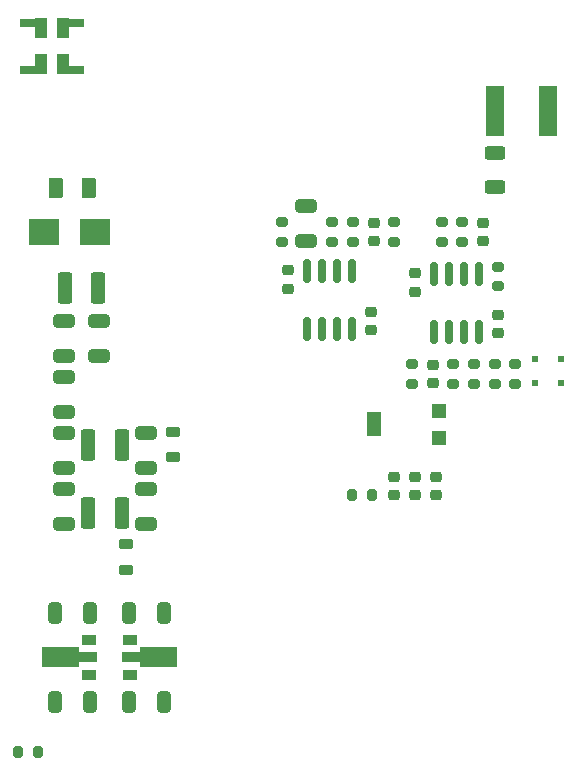
<source format=gbr>
%TF.GenerationSoftware,KiCad,Pcbnew,6.0.8-f2edbf62ab~116~ubuntu20.04.1*%
%TF.CreationDate,2022-11-13T19:06:06-08:00*%
%TF.ProjectId,packaged-amp,7061636b-6167-4656-942d-616d702e6b69,rev?*%
%TF.SameCoordinates,Original*%
%TF.FileFunction,Paste,Top*%
%TF.FilePolarity,Positive*%
%FSLAX46Y46*%
G04 Gerber Fmt 4.6, Leading zero omitted, Abs format (unit mm)*
G04 Created by KiCad (PCBNEW 6.0.8-f2edbf62ab~116~ubuntu20.04.1) date 2022-11-13 19:06:06*
%MOMM*%
%LPD*%
G01*
G04 APERTURE LIST*
G04 Aperture macros list*
%AMRoundRect*
0 Rectangle with rounded corners*
0 $1 Rounding radius*
0 $2 $3 $4 $5 $6 $7 $8 $9 X,Y pos of 4 corners*
0 Add a 4 corners polygon primitive as box body*
4,1,4,$2,$3,$4,$5,$6,$7,$8,$9,$2,$3,0*
0 Add four circle primitives for the rounded corners*
1,1,$1+$1,$2,$3*
1,1,$1+$1,$4,$5*
1,1,$1+$1,$6,$7*
1,1,$1+$1,$8,$9*
0 Add four rect primitives between the rounded corners*
20,1,$1+$1,$2,$3,$4,$5,0*
20,1,$1+$1,$4,$5,$6,$7,0*
20,1,$1+$1,$6,$7,$8,$9,0*
20,1,$1+$1,$8,$9,$2,$3,0*%
%AMFreePoly0*
4,1,9,3.862500,-0.866500,0.737500,-0.866500,0.737500,-0.450000,-0.737500,-0.450000,-0.737500,0.450000,0.737500,0.450000,0.737500,0.866500,3.862500,0.866500,3.862500,-0.866500,3.862500,-0.866500,$1*%
G04 Aperture macros list end*
%ADD10RoundRect,0.200000X0.275000X-0.200000X0.275000X0.200000X-0.275000X0.200000X-0.275000X-0.200000X0*%
%ADD11RoundRect,0.250000X-0.650000X0.325000X-0.650000X-0.325000X0.650000X-0.325000X0.650000X0.325000X0*%
%ADD12RoundRect,0.225000X-0.250000X0.225000X-0.250000X-0.225000X0.250000X-0.225000X0.250000X0.225000X0*%
%ADD13RoundRect,0.218750X-0.381250X0.218750X-0.381250X-0.218750X0.381250X-0.218750X0.381250X0.218750X0*%
%ADD14RoundRect,0.150000X0.150000X-0.825000X0.150000X0.825000X-0.150000X0.825000X-0.150000X-0.825000X0*%
%ADD15RoundRect,0.225000X0.250000X-0.225000X0.250000X0.225000X-0.250000X0.225000X-0.250000X-0.225000X0*%
%ADD16RoundRect,0.200000X-0.200000X-0.275000X0.200000X-0.275000X0.200000X0.275000X-0.200000X0.275000X0*%
%ADD17RoundRect,0.200000X-0.275000X0.200000X-0.275000X-0.200000X0.275000X-0.200000X0.275000X0.200000X0*%
%ADD18R,0.500000X0.500000*%
%ADD19RoundRect,0.250000X0.375000X1.075000X-0.375000X1.075000X-0.375000X-1.075000X0.375000X-1.075000X0*%
%ADD20RoundRect,0.250000X0.650000X-0.325000X0.650000X0.325000X-0.650000X0.325000X-0.650000X-0.325000X0*%
%ADD21RoundRect,0.250000X0.325000X0.650000X-0.325000X0.650000X-0.325000X-0.650000X0.325000X-0.650000X0*%
%ADD22RoundRect,0.250000X-0.375000X-1.075000X0.375000X-1.075000X0.375000X1.075000X-0.375000X1.075000X0*%
%ADD23R,1.300000X1.300000*%
%ADD24R,1.300000X2.000000*%
%ADD25RoundRect,0.250000X-0.625000X0.312500X-0.625000X-0.312500X0.625000X-0.312500X0.625000X0.312500X0*%
%ADD26R,1.000000X1.700000*%
%ADD27R,1.400000X0.700000*%
%ADD28R,1.500000X4.200000*%
%ADD29R,1.300000X0.900000*%
%ADD30FreePoly0,0.000000*%
%ADD31RoundRect,0.250000X-0.325000X-0.650000X0.325000X-0.650000X0.325000X0.650000X-0.325000X0.650000X0*%
%ADD32FreePoly0,180.000000*%
%ADD33RoundRect,0.250000X-0.375000X-0.625000X0.375000X-0.625000X0.375000X0.625000X-0.375000X0.625000X0*%
%ADD34R,2.500000X2.300000*%
G04 APERTURE END LIST*
D10*
%TO.C,R6*%
X125250000Y-99575000D03*
X125250000Y-97925000D03*
%TD*%
D11*
%TO.C,C2*%
X87000000Y-94275000D03*
X87000000Y-97225000D03*
%TD*%
D12*
%TO.C,C5*%
X106000000Y-89975000D03*
X106000000Y-91525000D03*
%TD*%
D13*
%TO.C,FB1*%
X92250000Y-113187500D03*
X92250000Y-115312500D03*
%TD*%
D14*
%TO.C,U1*%
X107595000Y-94975000D03*
X108865000Y-94975000D03*
X110135000Y-94975000D03*
X111405000Y-94975000D03*
X111405000Y-90025000D03*
X110135000Y-90025000D03*
X108865000Y-90025000D03*
X107595000Y-90025000D03*
%TD*%
D15*
%TO.C,C9*%
X118500000Y-109025000D03*
X118500000Y-107475000D03*
%TD*%
D16*
%TO.C,R1*%
X111425000Y-109000000D03*
X113075000Y-109000000D03*
%TD*%
D17*
%TO.C,R9*%
X111500000Y-85925000D03*
X111500000Y-87575000D03*
%TD*%
D18*
%TO.C,D1*%
X129100000Y-97500000D03*
X126900000Y-97500000D03*
%TD*%
D19*
%TO.C,L2*%
X89900000Y-91500000D03*
X87100000Y-91500000D03*
%TD*%
D11*
%TO.C,C4*%
X90000000Y-94275000D03*
X90000000Y-97225000D03*
%TD*%
D20*
%TO.C,C15*%
X107500000Y-87475000D03*
X107500000Y-84525000D03*
%TD*%
D21*
%TO.C,C31*%
X95475000Y-126500000D03*
X92525000Y-126500000D03*
%TD*%
D17*
%TO.C,R10*%
X123750000Y-89675000D03*
X123750000Y-91325000D03*
%TD*%
D12*
%TO.C,C14*%
X118250000Y-97975000D03*
X118250000Y-99525000D03*
%TD*%
D20*
%TO.C,C3*%
X87000000Y-111475000D03*
X87000000Y-108525000D03*
%TD*%
D21*
%TO.C,C30*%
X89225000Y-126500000D03*
X86275000Y-126500000D03*
%TD*%
D10*
%TO.C,R7*%
X109750000Y-87575000D03*
X109750000Y-85925000D03*
%TD*%
D21*
%TO.C,C28*%
X89225000Y-119000000D03*
X86275000Y-119000000D03*
%TD*%
D22*
%TO.C,L3*%
X89100000Y-110500000D03*
X91900000Y-110500000D03*
%TD*%
D16*
%TO.C,R25*%
X83175000Y-130750000D03*
X84825000Y-130750000D03*
%TD*%
D12*
%TO.C,C12*%
X116750000Y-90225000D03*
X116750000Y-91775000D03*
%TD*%
D23*
%TO.C,RV1*%
X118750000Y-104150000D03*
D24*
X113250000Y-103000000D03*
D23*
X118750000Y-101850000D03*
%TD*%
D17*
%TO.C,R12*%
X119000000Y-85925000D03*
X119000000Y-87575000D03*
%TD*%
D10*
%TO.C,R5*%
X120000000Y-99575000D03*
X120000000Y-97925000D03*
%TD*%
D12*
%TO.C,C16*%
X113250000Y-85975000D03*
X113250000Y-87525000D03*
%TD*%
D25*
%TO.C,R13*%
X123500000Y-80037500D03*
X123500000Y-82962500D03*
%TD*%
D11*
%TO.C,C17*%
X87000000Y-99025000D03*
X87000000Y-101975000D03*
%TD*%
D20*
%TO.C,C18*%
X94000000Y-106725000D03*
X94000000Y-103775000D03*
%TD*%
D15*
%TO.C,C10*%
X116750000Y-109025000D03*
X116750000Y-107475000D03*
%TD*%
D10*
%TO.C,R11*%
X120750000Y-87575000D03*
X120750000Y-85925000D03*
%TD*%
%TO.C,R2*%
X121750000Y-99575000D03*
X121750000Y-97925000D03*
%TD*%
%TO.C,R8*%
X115000000Y-87575000D03*
X115000000Y-85925000D03*
%TD*%
D26*
%TO.C,L1*%
X86950000Y-72500000D03*
D27*
X88050000Y-73000000D03*
D26*
X85050000Y-72500000D03*
D27*
X83950000Y-73000000D03*
D26*
X86950000Y-69500000D03*
D27*
X88050000Y-69000000D03*
D26*
X85050000Y-69500000D03*
D27*
X83950000Y-69000000D03*
%TD*%
D28*
%TO.C,GD1*%
X123500000Y-76500000D03*
X128000000Y-76500000D03*
%TD*%
D29*
%TO.C,U5*%
X92600000Y-121250000D03*
D30*
X92687500Y-122750000D03*
D29*
X92600000Y-124250000D03*
%TD*%
D12*
%TO.C,C6*%
X113000000Y-93475000D03*
X113000000Y-95025000D03*
%TD*%
D20*
%TO.C,C7*%
X87000000Y-106725000D03*
X87000000Y-103775000D03*
%TD*%
D10*
%TO.C,R3*%
X123500000Y-99575000D03*
X123500000Y-97925000D03*
%TD*%
D22*
%TO.C,L4*%
X89100000Y-104750000D03*
X91900000Y-104750000D03*
%TD*%
D31*
%TO.C,C29*%
X92525000Y-119000000D03*
X95475000Y-119000000D03*
%TD*%
D14*
%TO.C,U2*%
X118345000Y-95225000D03*
X119615000Y-95225000D03*
X120885000Y-95225000D03*
X122155000Y-95225000D03*
X122155000Y-90275000D03*
X120885000Y-90275000D03*
X119615000Y-90275000D03*
X118345000Y-90275000D03*
%TD*%
D13*
%TO.C,FB2*%
X96250000Y-103687500D03*
X96250000Y-105812500D03*
%TD*%
D29*
%TO.C,U4*%
X89150000Y-124250000D03*
D32*
X89062500Y-122750000D03*
D29*
X89150000Y-121250000D03*
%TD*%
D17*
%TO.C,R4*%
X105500000Y-85925000D03*
X105500000Y-87575000D03*
%TD*%
D15*
%TO.C,C19*%
X122500000Y-87525000D03*
X122500000Y-85975000D03*
%TD*%
D17*
%TO.C,R14*%
X116500000Y-97925000D03*
X116500000Y-99575000D03*
%TD*%
D18*
%TO.C,D2*%
X126900000Y-99500000D03*
X129100000Y-99500000D03*
%TD*%
D15*
%TO.C,C1*%
X115000000Y-109025000D03*
X115000000Y-107475000D03*
%TD*%
D12*
%TO.C,C13*%
X123750000Y-93725000D03*
X123750000Y-95275000D03*
%TD*%
D33*
%TO.C,F1*%
X86350000Y-83000000D03*
X89150000Y-83000000D03*
%TD*%
D20*
%TO.C,C8*%
X94000000Y-111475000D03*
X94000000Y-108525000D03*
%TD*%
D34*
%TO.C,D11*%
X89650000Y-86750000D03*
X85350000Y-86750000D03*
%TD*%
M02*

</source>
